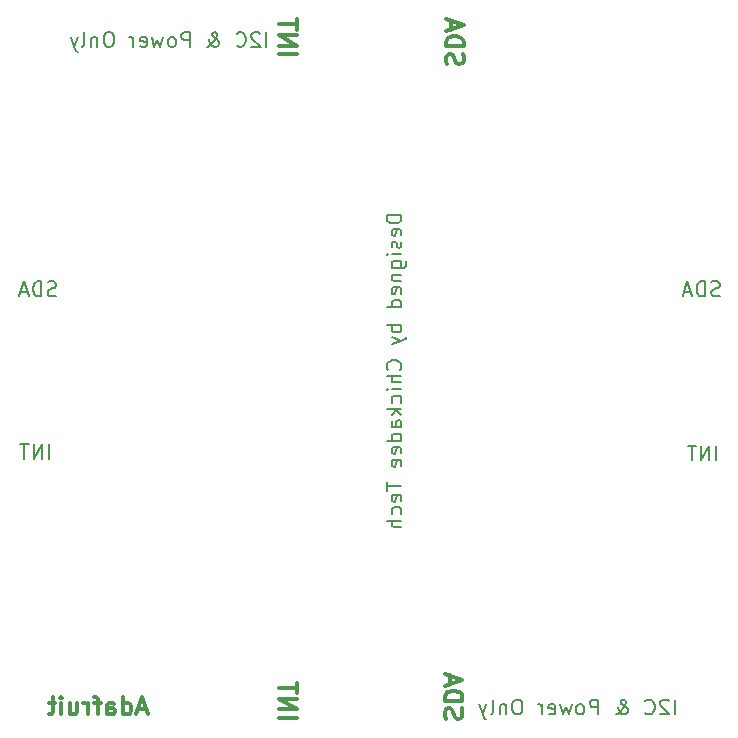
<source format=gbr>
G04 #@! TF.GenerationSoftware,KiCad,Pcbnew,(5.0.0-rc2-dev-111-gc69db6c)*
G04 #@! TF.CreationDate,2018-03-20T00:35:28-07:00*
G04 #@! TF.ProjectId,Feather_Trellis,466561746865725F5472656C6C69732E,rev?*
G04 #@! TF.SameCoordinates,Original*
G04 #@! TF.FileFunction,Legend,Bot*
G04 #@! TF.FilePolarity,Positive*
%FSLAX46Y46*%
G04 Gerber Fmt 4.6, Leading zero omitted, Abs format (unit mm)*
G04 Created by KiCad (PCBNEW (5.0.0-rc2-dev-111-gc69db6c)) date Tuesday, March 20, 2018 at 12:35:28 AM*
%MOMM*%
%LPD*%
G01*
G04 APERTURE LIST*
%ADD10C,0.200000*%
%ADD11C,0.300000*%
G04 APERTURE END LIST*
D10*
X111274285Y-32575476D02*
X111274285Y-31325476D01*
X110738571Y-31444523D02*
X110679047Y-31385000D01*
X110560000Y-31325476D01*
X110262380Y-31325476D01*
X110143333Y-31385000D01*
X110083809Y-31444523D01*
X110024285Y-31563571D01*
X110024285Y-31682619D01*
X110083809Y-31861190D01*
X110798095Y-32575476D01*
X110024285Y-32575476D01*
X108774285Y-32456428D02*
X108833809Y-32515952D01*
X109012380Y-32575476D01*
X109131428Y-32575476D01*
X109310000Y-32515952D01*
X109429047Y-32396904D01*
X109488571Y-32277857D01*
X109548095Y-32039761D01*
X109548095Y-31861190D01*
X109488571Y-31623095D01*
X109429047Y-31504047D01*
X109310000Y-31385000D01*
X109131428Y-31325476D01*
X109012380Y-31325476D01*
X108833809Y-31385000D01*
X108774285Y-31444523D01*
X106274285Y-32575476D02*
X106333809Y-32575476D01*
X106452857Y-32515952D01*
X106631428Y-32337380D01*
X106929047Y-31980238D01*
X107048095Y-31801666D01*
X107107619Y-31623095D01*
X107107619Y-31504047D01*
X107048095Y-31385000D01*
X106929047Y-31325476D01*
X106869523Y-31325476D01*
X106750476Y-31385000D01*
X106690952Y-31504047D01*
X106690952Y-31563571D01*
X106750476Y-31682619D01*
X106810000Y-31742142D01*
X107167142Y-31980238D01*
X107226666Y-32039761D01*
X107286190Y-32158809D01*
X107286190Y-32337380D01*
X107226666Y-32456428D01*
X107167142Y-32515952D01*
X107048095Y-32575476D01*
X106869523Y-32575476D01*
X106750476Y-32515952D01*
X106690952Y-32456428D01*
X106512380Y-32218333D01*
X106452857Y-32039761D01*
X106452857Y-31920714D01*
X104786190Y-32575476D02*
X104786190Y-31325476D01*
X104310000Y-31325476D01*
X104190952Y-31385000D01*
X104131428Y-31444523D01*
X104071904Y-31563571D01*
X104071904Y-31742142D01*
X104131428Y-31861190D01*
X104190952Y-31920714D01*
X104310000Y-31980238D01*
X104786190Y-31980238D01*
X103357619Y-32575476D02*
X103476666Y-32515952D01*
X103536190Y-32456428D01*
X103595714Y-32337380D01*
X103595714Y-31980238D01*
X103536190Y-31861190D01*
X103476666Y-31801666D01*
X103357619Y-31742142D01*
X103179047Y-31742142D01*
X103060000Y-31801666D01*
X103000476Y-31861190D01*
X102940952Y-31980238D01*
X102940952Y-32337380D01*
X103000476Y-32456428D01*
X103060000Y-32515952D01*
X103179047Y-32575476D01*
X103357619Y-32575476D01*
X102524285Y-31742142D02*
X102286190Y-32575476D01*
X102048095Y-31980238D01*
X101810000Y-32575476D01*
X101571904Y-31742142D01*
X100619523Y-32515952D02*
X100738571Y-32575476D01*
X100976666Y-32575476D01*
X101095714Y-32515952D01*
X101155238Y-32396904D01*
X101155238Y-31920714D01*
X101095714Y-31801666D01*
X100976666Y-31742142D01*
X100738571Y-31742142D01*
X100619523Y-31801666D01*
X100560000Y-31920714D01*
X100560000Y-32039761D01*
X101155238Y-32158809D01*
X100024285Y-32575476D02*
X100024285Y-31742142D01*
X100024285Y-31980238D02*
X99964761Y-31861190D01*
X99905238Y-31801666D01*
X99786190Y-31742142D01*
X99667142Y-31742142D01*
X98060000Y-31325476D02*
X97821904Y-31325476D01*
X97702857Y-31385000D01*
X97583809Y-31504047D01*
X97524285Y-31742142D01*
X97524285Y-32158809D01*
X97583809Y-32396904D01*
X97702857Y-32515952D01*
X97821904Y-32575476D01*
X98060000Y-32575476D01*
X98179047Y-32515952D01*
X98298095Y-32396904D01*
X98357619Y-32158809D01*
X98357619Y-31742142D01*
X98298095Y-31504047D01*
X98179047Y-31385000D01*
X98060000Y-31325476D01*
X96988571Y-31742142D02*
X96988571Y-32575476D01*
X96988571Y-31861190D02*
X96929047Y-31801666D01*
X96810000Y-31742142D01*
X96631428Y-31742142D01*
X96512380Y-31801666D01*
X96452857Y-31920714D01*
X96452857Y-32575476D01*
X95679047Y-32575476D02*
X95798095Y-32515952D01*
X95857619Y-32396904D01*
X95857619Y-31325476D01*
X95321904Y-31742142D02*
X95024285Y-32575476D01*
X94726666Y-31742142D02*
X95024285Y-32575476D01*
X95143333Y-32873095D01*
X95202857Y-32932619D01*
X95321904Y-32992142D01*
X145874285Y-89075476D02*
X145874285Y-87825476D01*
X145338571Y-87944523D02*
X145279047Y-87885000D01*
X145160000Y-87825476D01*
X144862380Y-87825476D01*
X144743333Y-87885000D01*
X144683809Y-87944523D01*
X144624285Y-88063571D01*
X144624285Y-88182619D01*
X144683809Y-88361190D01*
X145398095Y-89075476D01*
X144624285Y-89075476D01*
X143374285Y-88956428D02*
X143433809Y-89015952D01*
X143612380Y-89075476D01*
X143731428Y-89075476D01*
X143910000Y-89015952D01*
X144029047Y-88896904D01*
X144088571Y-88777857D01*
X144148095Y-88539761D01*
X144148095Y-88361190D01*
X144088571Y-88123095D01*
X144029047Y-88004047D01*
X143910000Y-87885000D01*
X143731428Y-87825476D01*
X143612380Y-87825476D01*
X143433809Y-87885000D01*
X143374285Y-87944523D01*
X140874285Y-89075476D02*
X140933809Y-89075476D01*
X141052857Y-89015952D01*
X141231428Y-88837380D01*
X141529047Y-88480238D01*
X141648095Y-88301666D01*
X141707619Y-88123095D01*
X141707619Y-88004047D01*
X141648095Y-87885000D01*
X141529047Y-87825476D01*
X141469523Y-87825476D01*
X141350476Y-87885000D01*
X141290952Y-88004047D01*
X141290952Y-88063571D01*
X141350476Y-88182619D01*
X141410000Y-88242142D01*
X141767142Y-88480238D01*
X141826666Y-88539761D01*
X141886190Y-88658809D01*
X141886190Y-88837380D01*
X141826666Y-88956428D01*
X141767142Y-89015952D01*
X141648095Y-89075476D01*
X141469523Y-89075476D01*
X141350476Y-89015952D01*
X141290952Y-88956428D01*
X141112380Y-88718333D01*
X141052857Y-88539761D01*
X141052857Y-88420714D01*
X139386190Y-89075476D02*
X139386190Y-87825476D01*
X138910000Y-87825476D01*
X138790952Y-87885000D01*
X138731428Y-87944523D01*
X138671904Y-88063571D01*
X138671904Y-88242142D01*
X138731428Y-88361190D01*
X138790952Y-88420714D01*
X138910000Y-88480238D01*
X139386190Y-88480238D01*
X137957619Y-89075476D02*
X138076666Y-89015952D01*
X138136190Y-88956428D01*
X138195714Y-88837380D01*
X138195714Y-88480238D01*
X138136190Y-88361190D01*
X138076666Y-88301666D01*
X137957619Y-88242142D01*
X137779047Y-88242142D01*
X137660000Y-88301666D01*
X137600476Y-88361190D01*
X137540952Y-88480238D01*
X137540952Y-88837380D01*
X137600476Y-88956428D01*
X137660000Y-89015952D01*
X137779047Y-89075476D01*
X137957619Y-89075476D01*
X137124285Y-88242142D02*
X136886190Y-89075476D01*
X136648095Y-88480238D01*
X136410000Y-89075476D01*
X136171904Y-88242142D01*
X135219523Y-89015952D02*
X135338571Y-89075476D01*
X135576666Y-89075476D01*
X135695714Y-89015952D01*
X135755238Y-88896904D01*
X135755238Y-88420714D01*
X135695714Y-88301666D01*
X135576666Y-88242142D01*
X135338571Y-88242142D01*
X135219523Y-88301666D01*
X135160000Y-88420714D01*
X135160000Y-88539761D01*
X135755238Y-88658809D01*
X134624285Y-89075476D02*
X134624285Y-88242142D01*
X134624285Y-88480238D02*
X134564761Y-88361190D01*
X134505238Y-88301666D01*
X134386190Y-88242142D01*
X134267142Y-88242142D01*
X132660000Y-87825476D02*
X132421904Y-87825476D01*
X132302857Y-87885000D01*
X132183809Y-88004047D01*
X132124285Y-88242142D01*
X132124285Y-88658809D01*
X132183809Y-88896904D01*
X132302857Y-89015952D01*
X132421904Y-89075476D01*
X132660000Y-89075476D01*
X132779047Y-89015952D01*
X132898095Y-88896904D01*
X132957619Y-88658809D01*
X132957619Y-88242142D01*
X132898095Y-88004047D01*
X132779047Y-87885000D01*
X132660000Y-87825476D01*
X131588571Y-88242142D02*
X131588571Y-89075476D01*
X131588571Y-88361190D02*
X131529047Y-88301666D01*
X131410000Y-88242142D01*
X131231428Y-88242142D01*
X131112380Y-88301666D01*
X131052857Y-88420714D01*
X131052857Y-89075476D01*
X130279047Y-89075476D02*
X130398095Y-89015952D01*
X130457619Y-88896904D01*
X130457619Y-87825476D01*
X129921904Y-88242142D02*
X129624285Y-89075476D01*
X129326666Y-88242142D02*
X129624285Y-89075476D01*
X129743333Y-89373095D01*
X129802857Y-89432619D01*
X129921904Y-89492142D01*
X122725476Y-46795714D02*
X121475476Y-46795714D01*
X121475476Y-47093333D01*
X121535000Y-47271904D01*
X121654047Y-47390952D01*
X121773095Y-47450476D01*
X122011190Y-47510000D01*
X122189761Y-47510000D01*
X122427857Y-47450476D01*
X122546904Y-47390952D01*
X122665952Y-47271904D01*
X122725476Y-47093333D01*
X122725476Y-46795714D01*
X122665952Y-48521904D02*
X122725476Y-48402857D01*
X122725476Y-48164761D01*
X122665952Y-48045714D01*
X122546904Y-47986190D01*
X122070714Y-47986190D01*
X121951666Y-48045714D01*
X121892142Y-48164761D01*
X121892142Y-48402857D01*
X121951666Y-48521904D01*
X122070714Y-48581428D01*
X122189761Y-48581428D01*
X122308809Y-47986190D01*
X122665952Y-49057619D02*
X122725476Y-49176666D01*
X122725476Y-49414761D01*
X122665952Y-49533809D01*
X122546904Y-49593333D01*
X122487380Y-49593333D01*
X122368333Y-49533809D01*
X122308809Y-49414761D01*
X122308809Y-49236190D01*
X122249285Y-49117142D01*
X122130238Y-49057619D01*
X122070714Y-49057619D01*
X121951666Y-49117142D01*
X121892142Y-49236190D01*
X121892142Y-49414761D01*
X121951666Y-49533809D01*
X122725476Y-50129047D02*
X121892142Y-50129047D01*
X121475476Y-50129047D02*
X121535000Y-50069523D01*
X121594523Y-50129047D01*
X121535000Y-50188571D01*
X121475476Y-50129047D01*
X121594523Y-50129047D01*
X121892142Y-51259999D02*
X122904047Y-51259999D01*
X123023095Y-51200476D01*
X123082619Y-51140952D01*
X123142142Y-51021904D01*
X123142142Y-50843333D01*
X123082619Y-50724285D01*
X122665952Y-51259999D02*
X122725476Y-51140952D01*
X122725476Y-50902857D01*
X122665952Y-50783809D01*
X122606428Y-50724285D01*
X122487380Y-50664761D01*
X122130238Y-50664761D01*
X122011190Y-50724285D01*
X121951666Y-50783809D01*
X121892142Y-50902857D01*
X121892142Y-51140952D01*
X121951666Y-51259999D01*
X121892142Y-51855238D02*
X122725476Y-51855238D01*
X122011190Y-51855238D02*
X121951666Y-51914761D01*
X121892142Y-52033809D01*
X121892142Y-52212380D01*
X121951666Y-52331428D01*
X122070714Y-52390952D01*
X122725476Y-52390952D01*
X122665952Y-53462380D02*
X122725476Y-53343333D01*
X122725476Y-53105238D01*
X122665952Y-52986190D01*
X122546904Y-52926666D01*
X122070714Y-52926666D01*
X121951666Y-52986190D01*
X121892142Y-53105238D01*
X121892142Y-53343333D01*
X121951666Y-53462380D01*
X122070714Y-53521904D01*
X122189761Y-53521904D01*
X122308809Y-52926666D01*
X122725476Y-54593333D02*
X121475476Y-54593333D01*
X122665952Y-54593333D02*
X122725476Y-54474285D01*
X122725476Y-54236190D01*
X122665952Y-54117142D01*
X122606428Y-54057619D01*
X122487380Y-53998095D01*
X122130238Y-53998095D01*
X122011190Y-54057619D01*
X121951666Y-54117142D01*
X121892142Y-54236190D01*
X121892142Y-54474285D01*
X121951666Y-54593333D01*
X122725476Y-56140952D02*
X121475476Y-56140952D01*
X121951666Y-56140952D02*
X121892142Y-56259999D01*
X121892142Y-56498095D01*
X121951666Y-56617142D01*
X122011190Y-56676666D01*
X122130238Y-56736190D01*
X122487380Y-56736190D01*
X122606428Y-56676666D01*
X122665952Y-56617142D01*
X122725476Y-56498095D01*
X122725476Y-56259999D01*
X122665952Y-56140952D01*
X121892142Y-57152857D02*
X122725476Y-57450476D01*
X121892142Y-57748095D02*
X122725476Y-57450476D01*
X123023095Y-57331428D01*
X123082619Y-57271904D01*
X123142142Y-57152857D01*
X122606428Y-59890952D02*
X122665952Y-59831428D01*
X122725476Y-59652857D01*
X122725476Y-59533809D01*
X122665952Y-59355238D01*
X122546904Y-59236190D01*
X122427857Y-59176666D01*
X122189761Y-59117142D01*
X122011190Y-59117142D01*
X121773095Y-59176666D01*
X121654047Y-59236190D01*
X121535000Y-59355238D01*
X121475476Y-59533809D01*
X121475476Y-59652857D01*
X121535000Y-59831428D01*
X121594523Y-59890952D01*
X122725476Y-60426666D02*
X121475476Y-60426666D01*
X122725476Y-60962380D02*
X122070714Y-60962380D01*
X121951666Y-60902857D01*
X121892142Y-60783809D01*
X121892142Y-60605238D01*
X121951666Y-60486190D01*
X122011190Y-60426666D01*
X122725476Y-61557619D02*
X121892142Y-61557619D01*
X121475476Y-61557619D02*
X121535000Y-61498095D01*
X121594523Y-61557619D01*
X121535000Y-61617142D01*
X121475476Y-61557619D01*
X121594523Y-61557619D01*
X122665952Y-62688571D02*
X122725476Y-62569523D01*
X122725476Y-62331428D01*
X122665952Y-62212380D01*
X122606428Y-62152857D01*
X122487380Y-62093333D01*
X122130238Y-62093333D01*
X122011190Y-62152857D01*
X121951666Y-62212380D01*
X121892142Y-62331428D01*
X121892142Y-62569523D01*
X121951666Y-62688571D01*
X122725476Y-63224285D02*
X121475476Y-63224285D01*
X122249285Y-63343333D02*
X122725476Y-63700476D01*
X121892142Y-63700476D02*
X122368333Y-63224285D01*
X122725476Y-64771904D02*
X122070714Y-64771904D01*
X121951666Y-64712380D01*
X121892142Y-64593333D01*
X121892142Y-64355238D01*
X121951666Y-64236190D01*
X122665952Y-64771904D02*
X122725476Y-64652857D01*
X122725476Y-64355238D01*
X122665952Y-64236190D01*
X122546904Y-64176666D01*
X122427857Y-64176666D01*
X122308809Y-64236190D01*
X122249285Y-64355238D01*
X122249285Y-64652857D01*
X122189761Y-64771904D01*
X122725476Y-65902857D02*
X121475476Y-65902857D01*
X122665952Y-65902857D02*
X122725476Y-65783809D01*
X122725476Y-65545714D01*
X122665952Y-65426666D01*
X122606428Y-65367142D01*
X122487380Y-65307619D01*
X122130238Y-65307619D01*
X122011190Y-65367142D01*
X121951666Y-65426666D01*
X121892142Y-65545714D01*
X121892142Y-65783809D01*
X121951666Y-65902857D01*
X122665952Y-66974285D02*
X122725476Y-66855238D01*
X122725476Y-66617142D01*
X122665952Y-66498095D01*
X122546904Y-66438571D01*
X122070714Y-66438571D01*
X121951666Y-66498095D01*
X121892142Y-66617142D01*
X121892142Y-66855238D01*
X121951666Y-66974285D01*
X122070714Y-67033809D01*
X122189761Y-67033809D01*
X122308809Y-66438571D01*
X122665952Y-68045714D02*
X122725476Y-67926666D01*
X122725476Y-67688571D01*
X122665952Y-67569523D01*
X122546904Y-67509999D01*
X122070714Y-67509999D01*
X121951666Y-67569523D01*
X121892142Y-67688571D01*
X121892142Y-67926666D01*
X121951666Y-68045714D01*
X122070714Y-68105238D01*
X122189761Y-68105238D01*
X122308809Y-67509999D01*
X121475476Y-69414761D02*
X121475476Y-70129047D01*
X122725476Y-69771904D02*
X121475476Y-69771904D01*
X122665952Y-71021904D02*
X122725476Y-70902857D01*
X122725476Y-70664761D01*
X122665952Y-70545714D01*
X122546904Y-70486190D01*
X122070714Y-70486190D01*
X121951666Y-70545714D01*
X121892142Y-70664761D01*
X121892142Y-70902857D01*
X121951666Y-71021904D01*
X122070714Y-71081428D01*
X122189761Y-71081428D01*
X122308809Y-70486190D01*
X122665952Y-72152857D02*
X122725476Y-72033809D01*
X122725476Y-71795714D01*
X122665952Y-71676666D01*
X122606428Y-71617142D01*
X122487380Y-71557619D01*
X122130238Y-71557619D01*
X122011190Y-71617142D01*
X121951666Y-71676666D01*
X121892142Y-71795714D01*
X121892142Y-72033809D01*
X121951666Y-72152857D01*
X122725476Y-72688571D02*
X121475476Y-72688571D01*
X122725476Y-73224285D02*
X122070714Y-73224285D01*
X121951666Y-73164761D01*
X121892142Y-73045714D01*
X121892142Y-72867142D01*
X121951666Y-72748095D01*
X122011190Y-72688571D01*
D11*
X101131428Y-88660000D02*
X100417142Y-88660000D01*
X101274285Y-89088571D02*
X100774285Y-87588571D01*
X100274285Y-89088571D01*
X99131428Y-89088571D02*
X99131428Y-87588571D01*
X99131428Y-89017142D02*
X99274285Y-89088571D01*
X99560000Y-89088571D01*
X99702857Y-89017142D01*
X99774285Y-88945714D01*
X99845714Y-88802857D01*
X99845714Y-88374285D01*
X99774285Y-88231428D01*
X99702857Y-88160000D01*
X99560000Y-88088571D01*
X99274285Y-88088571D01*
X99131428Y-88160000D01*
X97774285Y-89088571D02*
X97774285Y-88302857D01*
X97845714Y-88160000D01*
X97988571Y-88088571D01*
X98274285Y-88088571D01*
X98417142Y-88160000D01*
X97774285Y-89017142D02*
X97917142Y-89088571D01*
X98274285Y-89088571D01*
X98417142Y-89017142D01*
X98488571Y-88874285D01*
X98488571Y-88731428D01*
X98417142Y-88588571D01*
X98274285Y-88517142D01*
X97917142Y-88517142D01*
X97774285Y-88445714D01*
X97274285Y-88088571D02*
X96702857Y-88088571D01*
X97060000Y-89088571D02*
X97060000Y-87802857D01*
X96988571Y-87660000D01*
X96845714Y-87588571D01*
X96702857Y-87588571D01*
X96202857Y-89088571D02*
X96202857Y-88088571D01*
X96202857Y-88374285D02*
X96131428Y-88231428D01*
X96060000Y-88160000D01*
X95917142Y-88088571D01*
X95774285Y-88088571D01*
X94631428Y-88088571D02*
X94631428Y-89088571D01*
X95274285Y-88088571D02*
X95274285Y-88874285D01*
X95202857Y-89017142D01*
X95060000Y-89088571D01*
X94845714Y-89088571D01*
X94702857Y-89017142D01*
X94631428Y-88945714D01*
X93917142Y-89088571D02*
X93917142Y-88088571D01*
X93917142Y-87588571D02*
X93988571Y-87660000D01*
X93917142Y-87731428D01*
X93845714Y-87660000D01*
X93917142Y-87588571D01*
X93917142Y-87731428D01*
X93417142Y-88088571D02*
X92845714Y-88088571D01*
X93202857Y-87588571D02*
X93202857Y-88874285D01*
X93131428Y-89017142D01*
X92988571Y-89088571D01*
X92845714Y-89088571D01*
D10*
X93477857Y-53615952D02*
X93299285Y-53675476D01*
X93001666Y-53675476D01*
X92882619Y-53615952D01*
X92823095Y-53556428D01*
X92763571Y-53437380D01*
X92763571Y-53318333D01*
X92823095Y-53199285D01*
X92882619Y-53139761D01*
X93001666Y-53080238D01*
X93239761Y-53020714D01*
X93358809Y-52961190D01*
X93418333Y-52901666D01*
X93477857Y-52782619D01*
X93477857Y-52663571D01*
X93418333Y-52544523D01*
X93358809Y-52485000D01*
X93239761Y-52425476D01*
X92942142Y-52425476D01*
X92763571Y-52485000D01*
X92227857Y-53675476D02*
X92227857Y-52425476D01*
X91930238Y-52425476D01*
X91751666Y-52485000D01*
X91632619Y-52604047D01*
X91573095Y-52723095D01*
X91513571Y-52961190D01*
X91513571Y-53139761D01*
X91573095Y-53377857D01*
X91632619Y-53496904D01*
X91751666Y-53615952D01*
X91930238Y-53675476D01*
X92227857Y-53675476D01*
X91037380Y-53318333D02*
X90442142Y-53318333D01*
X91156428Y-53675476D02*
X90739761Y-52425476D01*
X90323095Y-53675476D01*
X92890952Y-67475476D02*
X92890952Y-66225476D01*
X92295714Y-67475476D02*
X92295714Y-66225476D01*
X91581428Y-67475476D01*
X91581428Y-66225476D01*
X91164761Y-66225476D02*
X90450476Y-66225476D01*
X90807619Y-67475476D02*
X90807619Y-66225476D01*
D11*
X126452857Y-89431428D02*
X126381428Y-89217142D01*
X126381428Y-88860000D01*
X126452857Y-88717142D01*
X126524285Y-88645714D01*
X126667142Y-88574285D01*
X126810000Y-88574285D01*
X126952857Y-88645714D01*
X127024285Y-88717142D01*
X127095714Y-88860000D01*
X127167142Y-89145714D01*
X127238571Y-89288571D01*
X127310000Y-89360000D01*
X127452857Y-89431428D01*
X127595714Y-89431428D01*
X127738571Y-89360000D01*
X127810000Y-89288571D01*
X127881428Y-89145714D01*
X127881428Y-88788571D01*
X127810000Y-88574285D01*
X126381428Y-87931428D02*
X127881428Y-87931428D01*
X127881428Y-87574285D01*
X127810000Y-87360000D01*
X127667142Y-87217142D01*
X127524285Y-87145714D01*
X127238571Y-87074285D01*
X127024285Y-87074285D01*
X126738571Y-87145714D01*
X126595714Y-87217142D01*
X126452857Y-87360000D01*
X126381428Y-87574285D01*
X126381428Y-87931428D01*
X126810000Y-86502857D02*
X126810000Y-85788571D01*
X126381428Y-86645714D02*
X127881428Y-86145714D01*
X126381428Y-85645714D01*
X112381428Y-89367142D02*
X113881428Y-89367142D01*
X112381428Y-88652857D02*
X113881428Y-88652857D01*
X112381428Y-87795714D01*
X113881428Y-87795714D01*
X113881428Y-87295714D02*
X113881428Y-86438571D01*
X112381428Y-86867142D02*
X113881428Y-86867142D01*
D10*
X149390952Y-67575476D02*
X149390952Y-66325476D01*
X148795714Y-67575476D02*
X148795714Y-66325476D01*
X148081428Y-67575476D01*
X148081428Y-66325476D01*
X147664761Y-66325476D02*
X146950476Y-66325476D01*
X147307619Y-67575476D02*
X147307619Y-66325476D01*
X149677857Y-53615952D02*
X149499285Y-53675476D01*
X149201666Y-53675476D01*
X149082619Y-53615952D01*
X149023095Y-53556428D01*
X148963571Y-53437380D01*
X148963571Y-53318333D01*
X149023095Y-53199285D01*
X149082619Y-53139761D01*
X149201666Y-53080238D01*
X149439761Y-53020714D01*
X149558809Y-52961190D01*
X149618333Y-52901666D01*
X149677857Y-52782619D01*
X149677857Y-52663571D01*
X149618333Y-52544523D01*
X149558809Y-52485000D01*
X149439761Y-52425476D01*
X149142142Y-52425476D01*
X148963571Y-52485000D01*
X148427857Y-53675476D02*
X148427857Y-52425476D01*
X148130238Y-52425476D01*
X147951666Y-52485000D01*
X147832619Y-52604047D01*
X147773095Y-52723095D01*
X147713571Y-52961190D01*
X147713571Y-53139761D01*
X147773095Y-53377857D01*
X147832619Y-53496904D01*
X147951666Y-53615952D01*
X148130238Y-53675476D01*
X148427857Y-53675476D01*
X147237380Y-53318333D02*
X146642142Y-53318333D01*
X147356428Y-53675476D02*
X146939761Y-52425476D01*
X146523095Y-53675476D01*
D11*
X112381428Y-33167142D02*
X113881428Y-33167142D01*
X112381428Y-32452857D02*
X113881428Y-32452857D01*
X112381428Y-31595714D01*
X113881428Y-31595714D01*
X113881428Y-31095714D02*
X113881428Y-30238571D01*
X112381428Y-30667142D02*
X113881428Y-30667142D01*
X126552857Y-34031428D02*
X126481428Y-33817142D01*
X126481428Y-33460000D01*
X126552857Y-33317142D01*
X126624285Y-33245714D01*
X126767142Y-33174285D01*
X126910000Y-33174285D01*
X127052857Y-33245714D01*
X127124285Y-33317142D01*
X127195714Y-33460000D01*
X127267142Y-33745714D01*
X127338571Y-33888571D01*
X127410000Y-33960000D01*
X127552857Y-34031428D01*
X127695714Y-34031428D01*
X127838571Y-33960000D01*
X127910000Y-33888571D01*
X127981428Y-33745714D01*
X127981428Y-33388571D01*
X127910000Y-33174285D01*
X126481428Y-32531428D02*
X127981428Y-32531428D01*
X127981428Y-32174285D01*
X127910000Y-31960000D01*
X127767142Y-31817142D01*
X127624285Y-31745714D01*
X127338571Y-31674285D01*
X127124285Y-31674285D01*
X126838571Y-31745714D01*
X126695714Y-31817142D01*
X126552857Y-31960000D01*
X126481428Y-32174285D01*
X126481428Y-32531428D01*
X126910000Y-31102857D02*
X126910000Y-30388571D01*
X126481428Y-31245714D02*
X127981428Y-30745714D01*
X126481428Y-30245714D01*
M02*

</source>
